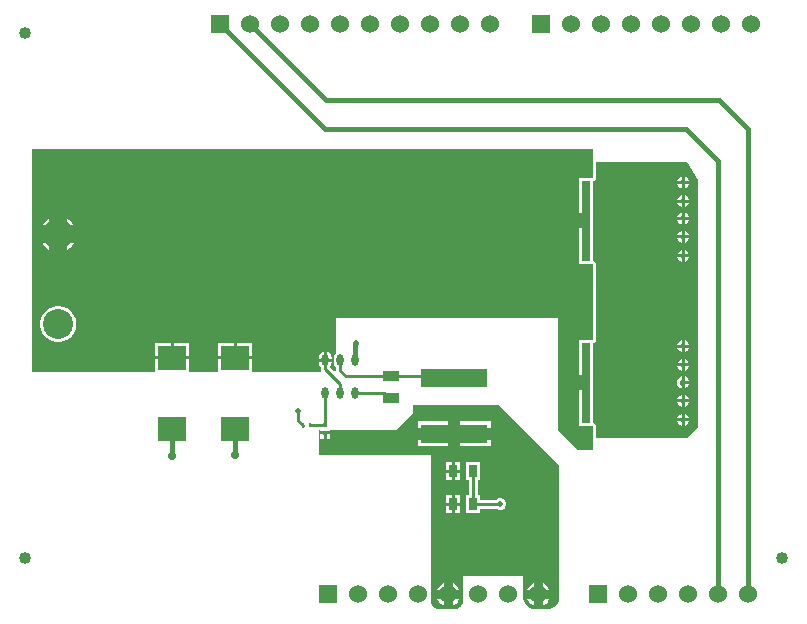
<source format=gtl>
G04*
G04 #@! TF.GenerationSoftware,Altium Limited,Altium Designer,22.10.1 (41)*
G04*
G04 Layer_Physical_Order=1*
G04 Layer_Color=255*
%FSLAX44Y44*%
%MOMM*%
G71*
G04*
G04 #@! TF.SameCoordinates,3906EDFC-F3CD-4CEC-90A2-A8884CA3E33F*
G04*
G04*
G04 #@! TF.FilePolarity,Positive*
G04*
G01*
G75*
%ADD13C,0.2540*%
%ADD14O,0.6000X1.0000*%
%ADD15R,0.3500X0.4500*%
%ADD16R,2.3300X1.9900*%
%ADD17R,5.7000X1.6000*%
%ADD18R,0.2500X0.3000*%
%ADD19R,1.4000X0.9500*%
%ADD20R,3.9000X6.7600*%
%ADD21R,0.7000X6.7600*%
%ADD22R,0.6500X1.0500*%
%ADD32C,0.7112*%
%ADD34C,0.3810*%
%ADD35C,1.5240*%
%ADD36R,1.5240X1.5240*%
%ADD37C,1.0160*%
%ADD38C,2.5400*%
%ADD39C,0.5080*%
G36*
X474980Y134620D02*
X474980Y20115D01*
X474723Y19313D01*
X473964Y17809D01*
X472978Y16442D01*
X471790Y15248D01*
X470429Y14254D01*
X468928Y13487D01*
X467327Y12965D01*
X465662Y12700D01*
X464820Y12700D01*
X453659D01*
X451696Y13090D01*
X449847Y13856D01*
X448183Y14968D01*
X446768Y16383D01*
X445656Y18047D01*
X444890Y19896D01*
X444500Y21859D01*
Y40640D01*
X393700D01*
X393700Y20320D01*
X393700Y19569D01*
X393407Y18097D01*
X392833Y16710D01*
X391999Y15462D01*
X390938Y14401D01*
X389689Y13567D01*
X388303Y12993D01*
X387310Y12795D01*
X386080Y12700D01*
X386080Y12700D01*
X373380Y12700D01*
X372679Y12700D01*
X371306Y12973D01*
X370011Y13509D01*
X368846Y14288D01*
X367856Y15278D01*
X367077Y16443D01*
X366541Y17737D01*
X366268Y19111D01*
X366268Y19812D01*
Y55372D01*
Y143002D01*
X271272D01*
Y164465D01*
X272570D01*
Y163120D01*
X281150D01*
Y164592D01*
X337058D01*
X350774Y178308D01*
Y185674D01*
X423926D01*
X474980Y134620D01*
D02*
G37*
G36*
X582834Y390906D02*
X592582Y376317D01*
Y167132D01*
X582930Y157480D01*
X506018Y157480D01*
Y167876D01*
X505821Y168867D01*
X505259Y169707D01*
X504419Y170269D01*
X503936Y170365D01*
Y238067D01*
X504419Y238163D01*
X505259Y238725D01*
X505821Y239565D01*
X506018Y240556D01*
Y305036D01*
X505821Y306027D01*
X505259Y306867D01*
X504419Y307429D01*
X503936Y307525D01*
Y375227D01*
X504419Y375323D01*
X505259Y375885D01*
X505821Y376725D01*
X506018Y377716D01*
Y390906D01*
X582834Y390906D01*
D02*
G37*
G36*
X503428Y377716D02*
X491772D01*
Y347726D01*
X497812D01*
Y335026D01*
X491772D01*
Y305036D01*
X503428D01*
Y240556D01*
X491772D01*
Y210566D01*
X497812D01*
Y197866D01*
X491772D01*
Y167876D01*
X503428D01*
Y147828D01*
X490474D01*
X473710Y164592D01*
Y259080D01*
X286258D01*
Y230037D01*
X285566Y229574D01*
X284341Y227742D01*
X283911Y225580D01*
Y221580D01*
X284341Y219418D01*
X285566Y217586D01*
X285675Y217513D01*
Y214630D01*
X285676Y214628D01*
X284505Y214002D01*
X280881Y217626D01*
X282079Y219418D01*
X282509Y221580D01*
Y222310D01*
X271211D01*
Y221580D01*
X271641Y219418D01*
X272866Y217586D01*
X272975Y217513D01*
Y216154D01*
X273271Y214667D01*
X273466Y214376D01*
X272787Y213106D01*
X216085D01*
X214850Y213190D01*
X214850Y214376D01*
Y224410D01*
X200660D01*
X186470D01*
Y214376D01*
X186470Y213190D01*
X185235Y213106D01*
X162745D01*
X161510Y213190D01*
X161510Y214376D01*
Y224410D01*
X147320D01*
X133130D01*
Y214376D01*
X133130Y213190D01*
X131895Y213106D01*
X28194D01*
Y358648D01*
X28956Y361950D01*
X28956Y361950D01*
X28194Y362266D01*
Y401574D01*
X28956Y402336D01*
X503428D01*
Y377716D01*
D02*
G37*
%LPC*%
G36*
X417120Y171820D02*
X391160D01*
Y166360D01*
X417120D01*
Y171820D01*
D02*
G37*
G36*
X381000D02*
X355040D01*
Y166360D01*
X381000D01*
Y171820D01*
D02*
G37*
G36*
X281150Y160580D02*
X278130D01*
Y157060D01*
X281150D01*
Y160580D01*
D02*
G37*
G36*
X275590D02*
X272570D01*
Y157060D01*
X275590D01*
Y160580D01*
D02*
G37*
G36*
X417120Y156200D02*
X391160D01*
Y150740D01*
X417120D01*
Y156200D01*
D02*
G37*
G36*
X381000D02*
X355040D01*
Y150740D01*
X381000D01*
Y156200D01*
D02*
G37*
G36*
X390990Y137330D02*
X386470D01*
Y130810D01*
X390990D01*
Y137330D01*
D02*
G37*
G36*
X383930D02*
X379410D01*
Y130810D01*
X383930D01*
Y137330D01*
D02*
G37*
G36*
X390990Y128270D02*
X386470D01*
Y121750D01*
X390990D01*
Y128270D01*
D02*
G37*
G36*
X383930D02*
X379410D01*
Y121750D01*
X383930D01*
Y128270D01*
D02*
G37*
G36*
X390990Y109390D02*
X386470D01*
Y102870D01*
X390990D01*
Y109390D01*
D02*
G37*
G36*
X383930D02*
X379410D01*
Y102870D01*
X383930D01*
Y109390D01*
D02*
G37*
G36*
X407990Y137330D02*
X396410D01*
Y121750D01*
X398315D01*
Y109390D01*
X396410D01*
Y93810D01*
X407990D01*
Y97715D01*
X421642D01*
X422064Y97293D01*
X423932Y96520D01*
X425952D01*
X427820Y97293D01*
X429249Y98722D01*
X430022Y100590D01*
Y102611D01*
X429249Y104478D01*
X427820Y105907D01*
X425952Y106680D01*
X423932D01*
X422064Y105907D01*
X421642Y105485D01*
X407990D01*
Y109390D01*
X406085D01*
Y121750D01*
X407990D01*
Y137330D01*
D02*
G37*
G36*
X390990Y100330D02*
X386470D01*
Y93810D01*
X390990D01*
Y100330D01*
D02*
G37*
G36*
X383930D02*
X379410D01*
Y93810D01*
X383930D01*
Y100330D01*
D02*
G37*
G36*
X461010Y34897D02*
Y29210D01*
X466698D01*
X466668Y29322D01*
X465330Y31638D01*
X463438Y33530D01*
X461122Y34868D01*
X461010Y34897D01*
D02*
G37*
G36*
X453390D02*
X453278Y34868D01*
X450962Y33530D01*
X449070Y31638D01*
X447732Y29322D01*
X447702Y29210D01*
X453390D01*
Y34897D01*
D02*
G37*
G36*
X384810D02*
Y29210D01*
X390498D01*
X390468Y29322D01*
X389130Y31638D01*
X387238Y33530D01*
X384922Y34868D01*
X384810Y34897D01*
D02*
G37*
G36*
X377190D02*
X377078Y34868D01*
X374762Y33530D01*
X372870Y31638D01*
X371532Y29322D01*
X371502Y29210D01*
X377190D01*
Y34897D01*
D02*
G37*
G36*
X466698Y21590D02*
X461010D01*
Y15903D01*
X461122Y15932D01*
X463438Y17270D01*
X465330Y19162D01*
X466668Y21478D01*
X466698Y21590D01*
D02*
G37*
G36*
X453390D02*
X447702D01*
X447732Y21478D01*
X449070Y19162D01*
X450962Y17270D01*
X453278Y15932D01*
X453390Y15903D01*
Y21590D01*
D02*
G37*
G36*
X390498D02*
X384810D01*
Y15903D01*
X384922Y15932D01*
X387238Y17270D01*
X389130Y19162D01*
X390468Y21478D01*
X390498Y21590D01*
D02*
G37*
G36*
X377190D02*
X371502D01*
X371532Y21478D01*
X372870Y19162D01*
X374762Y17270D01*
X377078Y15932D01*
X377190Y15903D01*
Y21590D01*
D02*
G37*
G36*
X581152Y378927D02*
Y375224D01*
X584855D01*
X584189Y376832D01*
X582760Y378261D01*
X581152Y378927D01*
D02*
G37*
G36*
X578612D02*
X577004Y378261D01*
X575575Y376832D01*
X574910Y375224D01*
X578612D01*
Y378927D01*
D02*
G37*
G36*
X584855Y372685D02*
X581152D01*
Y368982D01*
X582760Y369648D01*
X584189Y371077D01*
X584855Y372685D01*
D02*
G37*
G36*
X578612D02*
X574910D01*
X575575Y371077D01*
X577004Y369648D01*
X578612Y368982D01*
Y372685D01*
D02*
G37*
G36*
X581152Y363179D02*
Y359477D01*
X584855D01*
X584189Y361084D01*
X582760Y362513D01*
X581152Y363179D01*
D02*
G37*
G36*
X578612D02*
X577004Y362513D01*
X575575Y361084D01*
X574910Y359477D01*
X578612D01*
Y363179D01*
D02*
G37*
G36*
X584855Y356936D02*
X581152D01*
Y353234D01*
X582760Y353900D01*
X584189Y355329D01*
X584855Y356936D01*
D02*
G37*
G36*
X578612D02*
X574910D01*
X575575Y355329D01*
X577004Y353900D01*
X578612Y353234D01*
Y356936D01*
D02*
G37*
G36*
X581152Y348447D02*
Y344744D01*
X584855D01*
X584189Y346352D01*
X582760Y347781D01*
X581152Y348447D01*
D02*
G37*
G36*
X578612D02*
X577004Y347781D01*
X575575Y346352D01*
X574910Y344744D01*
X578612D01*
Y348447D01*
D02*
G37*
G36*
X584855Y342205D02*
X581152D01*
Y338502D01*
X582760Y339168D01*
X584189Y340597D01*
X584855Y342205D01*
D02*
G37*
G36*
X578612D02*
X574910D01*
X575575Y340597D01*
X577004Y339168D01*
X578612Y338502D01*
Y342205D01*
D02*
G37*
G36*
X581152Y332953D02*
Y329250D01*
X584855D01*
X584189Y330858D01*
X582760Y332287D01*
X581152Y332953D01*
D02*
G37*
G36*
X578612D02*
X577004Y332287D01*
X575575Y330858D01*
X574910Y329250D01*
X578612D01*
Y332953D01*
D02*
G37*
G36*
X584855Y326711D02*
X581152D01*
Y323008D01*
X582760Y323674D01*
X584189Y325103D01*
X584855Y326711D01*
D02*
G37*
G36*
X578612D02*
X574910D01*
X575575Y325103D01*
X577004Y323674D01*
X578612Y323008D01*
Y326711D01*
D02*
G37*
G36*
X581152Y316697D02*
Y312994D01*
X584855D01*
X584189Y314602D01*
X582760Y316031D01*
X581152Y316697D01*
D02*
G37*
G36*
X578612D02*
X577004Y316031D01*
X575575Y314602D01*
X574910Y312994D01*
X578612D01*
Y316697D01*
D02*
G37*
G36*
X584855Y310455D02*
X581152D01*
Y306752D01*
X582760Y307418D01*
X584189Y308847D01*
X584855Y310455D01*
D02*
G37*
G36*
X578612D02*
X574910D01*
X575575Y308847D01*
X577004Y307418D01*
X578612Y306752D01*
Y310455D01*
D02*
G37*
G36*
X581152Y240177D02*
Y236474D01*
X584855D01*
X584189Y238082D01*
X582760Y239511D01*
X581152Y240177D01*
D02*
G37*
G36*
X578612D02*
X577004Y239511D01*
X575575Y238082D01*
X574910Y236474D01*
X578612D01*
Y240177D01*
D02*
G37*
G36*
X584855Y233934D02*
X581152D01*
Y230231D01*
X582760Y230897D01*
X584189Y232326D01*
X584855Y233934D01*
D02*
G37*
G36*
X578612D02*
X574910D01*
X575575Y232326D01*
X577004Y230897D01*
X578612Y230231D01*
Y233934D01*
D02*
G37*
G36*
X581152Y224429D02*
Y220726D01*
X584855D01*
X584189Y222334D01*
X582760Y223763D01*
X581152Y224429D01*
D02*
G37*
G36*
X578612D02*
X577004Y223763D01*
X575575Y222334D01*
X574910Y220726D01*
X578612D01*
Y224429D01*
D02*
G37*
G36*
X584855Y218186D02*
X581152D01*
Y214484D01*
X582760Y215149D01*
X584189Y216578D01*
X584855Y218186D01*
D02*
G37*
G36*
X578612D02*
X574910D01*
X575575Y216578D01*
X577004Y215149D01*
X578612Y214484D01*
Y218186D01*
D02*
G37*
G36*
X581152Y209697D02*
Y205994D01*
X584855D01*
X584189Y207602D01*
X582760Y209031D01*
X581152Y209697D01*
D02*
G37*
G36*
X584855Y203454D02*
X581152D01*
Y199751D01*
X582760Y200417D01*
X584189Y201846D01*
X584855Y203454D01*
D02*
G37*
G36*
X578612Y209697D02*
X577004Y209031D01*
X575575Y207602D01*
X574970Y206140D01*
X574843Y205950D01*
X574498Y204216D01*
X574843Y202482D01*
X575826Y201011D01*
X577296Y200029D01*
X578539Y199782D01*
X578612Y199751D01*
Y204724D01*
Y209697D01*
D02*
G37*
G36*
X581152Y194202D02*
Y190500D01*
X584855D01*
X584189Y192108D01*
X582760Y193537D01*
X581152Y194202D01*
D02*
G37*
G36*
X578612D02*
X577004Y193537D01*
X575575Y192108D01*
X574910Y190500D01*
X578612D01*
Y194202D01*
D02*
G37*
G36*
X584855Y187960D02*
X581152D01*
Y184258D01*
X582760Y184923D01*
X584189Y186352D01*
X584855Y187960D01*
D02*
G37*
G36*
X578612D02*
X574910D01*
X575575Y186352D01*
X577004Y184923D01*
X578612Y184258D01*
Y187960D01*
D02*
G37*
G36*
X581152Y177946D02*
Y174244D01*
X584855D01*
X584189Y175852D01*
X582760Y177281D01*
X581152Y177946D01*
D02*
G37*
G36*
X578612D02*
X577004Y177281D01*
X575575Y175852D01*
X574910Y174244D01*
X578612D01*
Y177946D01*
D02*
G37*
G36*
X584855Y171704D02*
X581152D01*
Y168001D01*
X582760Y168667D01*
X584189Y170096D01*
X584855Y171704D01*
D02*
G37*
G36*
X578612D02*
X574910D01*
X575575Y170096D01*
X577004Y168667D01*
X578612Y168001D01*
Y171704D01*
D02*
G37*
G36*
X58420Y343438D02*
Y337820D01*
X64037D01*
X62638Y339915D01*
X60515Y342038D01*
X58420Y343438D01*
D02*
G37*
G36*
X43180D02*
X41085Y342038D01*
X38962Y339915D01*
X37562Y337820D01*
X43180D01*
Y343438D01*
D02*
G37*
G36*
X64037Y322580D02*
X58420D01*
Y316963D01*
X60515Y318362D01*
X62638Y320485D01*
X64037Y322580D01*
D02*
G37*
G36*
X43180D02*
X37562D01*
X38962Y320485D01*
X41085Y318362D01*
X43180Y316963D01*
Y322580D01*
D02*
G37*
G36*
X52301Y269240D02*
X49299D01*
X46355Y268654D01*
X43581Y267505D01*
X41085Y265838D01*
X38962Y263715D01*
X37294Y261219D01*
X36146Y258445D01*
X35560Y255501D01*
Y252499D01*
X36146Y249555D01*
X37294Y246781D01*
X38962Y244285D01*
X41085Y242162D01*
X43581Y240494D01*
X46355Y239346D01*
X49299Y238760D01*
X52301D01*
X55245Y239346D01*
X58019Y240494D01*
X60515Y242162D01*
X62638Y244285D01*
X64306Y246781D01*
X65454Y249555D01*
X66040Y252499D01*
Y255501D01*
X65454Y258445D01*
X64306Y261219D01*
X62638Y263715D01*
X60515Y265838D01*
X58019Y267505D01*
X55245Y268654D01*
X52301Y269240D01*
D02*
G37*
G36*
X161510Y238170D02*
X148590D01*
Y226950D01*
X161510D01*
Y238170D01*
D02*
G37*
G36*
X146050D02*
X133130D01*
Y226950D01*
X146050D01*
Y238170D01*
D02*
G37*
G36*
X214850D02*
X201930D01*
Y226950D01*
X214850D01*
Y238170D01*
D02*
G37*
G36*
X199390D02*
X186470D01*
Y226950D01*
X199390D01*
Y238170D01*
D02*
G37*
G36*
X278130Y230976D02*
Y224850D01*
X282509D01*
Y225580D01*
X282079Y227742D01*
X280854Y229574D01*
X279022Y230798D01*
X278130Y230976D01*
D02*
G37*
G36*
X275590D02*
X274698Y230798D01*
X272866Y229574D01*
X271641Y227742D01*
X271211Y225580D01*
Y224850D01*
X275590D01*
Y230976D01*
D02*
G37*
%LPD*%
D13*
X402200Y101600D02*
X424942D01*
X402200D02*
Y129540D01*
X289560Y214630D02*
X294280Y209910D01*
X384450D01*
X386080Y208280D01*
X289560Y214630D02*
Y223580D01*
X326320Y195580D02*
X330490Y191410D01*
X332740D01*
X302260Y195580D02*
X326320D01*
X289560D02*
Y203454D01*
X276860Y216154D02*
X289560Y203454D01*
X276860Y216154D02*
Y223580D01*
X264112Y168370D02*
X264132Y168350D01*
X276860D01*
X264112Y168370D02*
Y168402D01*
X276860Y168350D02*
Y195580D01*
X253566Y172444D02*
Y179906D01*
X254000Y180340D01*
X258160Y167640D02*
Y167850D01*
X253566Y172444D02*
X258160Y167850D01*
D14*
X276860Y195580D02*
D03*
X289560D02*
D03*
X302260D02*
D03*
X276860Y223580D02*
D03*
X289560D02*
D03*
X302260D02*
D03*
D15*
X276860Y168350D02*
D03*
Y161850D02*
D03*
D16*
X200660Y225680D02*
D03*
Y165480D02*
D03*
X147320Y225680D02*
D03*
Y165480D02*
D03*
D17*
X386080Y161280D02*
D03*
Y208280D02*
D03*
D18*
X264112Y168402D02*
D03*
X258112D02*
D03*
D19*
X332740Y191410D02*
D03*
Y209910D02*
D03*
D20*
X527812Y341376D02*
D03*
Y204216D02*
D03*
D21*
X557812Y341376D02*
D03*
X497812D02*
D03*
X557812Y204216D02*
D03*
X497812D02*
D03*
D22*
X385200Y129540D02*
D03*
X402200D02*
D03*
X385200Y101600D02*
D03*
X402200D02*
D03*
D32*
X200152Y143256D02*
D03*
X147320Y142240D02*
D03*
D34*
X582168Y419354D02*
X609600Y391922D01*
X276606Y419354D02*
X582168D01*
X609600Y25400D02*
Y391922D01*
X187960Y508000D02*
X276606Y419354D01*
X213360Y508000D02*
X277368Y443992D01*
X610362D01*
X635000Y419354D01*
Y25400D02*
Y419354D01*
X302260Y223580D02*
X302387Y223707D01*
Y237871D01*
X302514Y237998D01*
X200152Y164972D02*
X200660Y165480D01*
X200152Y143256D02*
Y164972D01*
X147320Y142240D02*
Y165480D01*
X147320Y165480D01*
X579030Y204216D02*
X579538Y204724D01*
X579882D01*
D35*
X635000Y25400D02*
D03*
X609600D02*
D03*
X584200D02*
D03*
X558800D02*
D03*
X533400D02*
D03*
X365760Y508000D02*
D03*
X340360D02*
D03*
X314960D02*
D03*
X289560D02*
D03*
X264160D02*
D03*
X238760D02*
D03*
X213360D02*
D03*
X416560D02*
D03*
X391160D02*
D03*
X485140D02*
D03*
X510540D02*
D03*
X535940D02*
D03*
X561340D02*
D03*
X586740D02*
D03*
X612140D02*
D03*
X637540D02*
D03*
X304800Y25400D02*
D03*
X330200D02*
D03*
X355600D02*
D03*
X381000D02*
D03*
X406400D02*
D03*
X431800D02*
D03*
X457200D02*
D03*
D36*
X508000D02*
D03*
X187960Y508000D02*
D03*
X459740D02*
D03*
X279400Y25400D02*
D03*
D37*
X663603Y55900D02*
D03*
X22860D02*
D03*
Y500380D02*
D03*
D38*
X50800Y254000D02*
D03*
Y330200D02*
D03*
D39*
X302514Y237998D02*
D03*
X579882Y343475D02*
D03*
Y358206D02*
D03*
Y373955D02*
D03*
Y327980D02*
D03*
Y311724D02*
D03*
Y172974D02*
D03*
Y189230D02*
D03*
Y235204D02*
D03*
Y219456D02*
D03*
Y204724D02*
D03*
X424942Y101600D02*
D03*
X254000Y180340D02*
D03*
M02*

</source>
